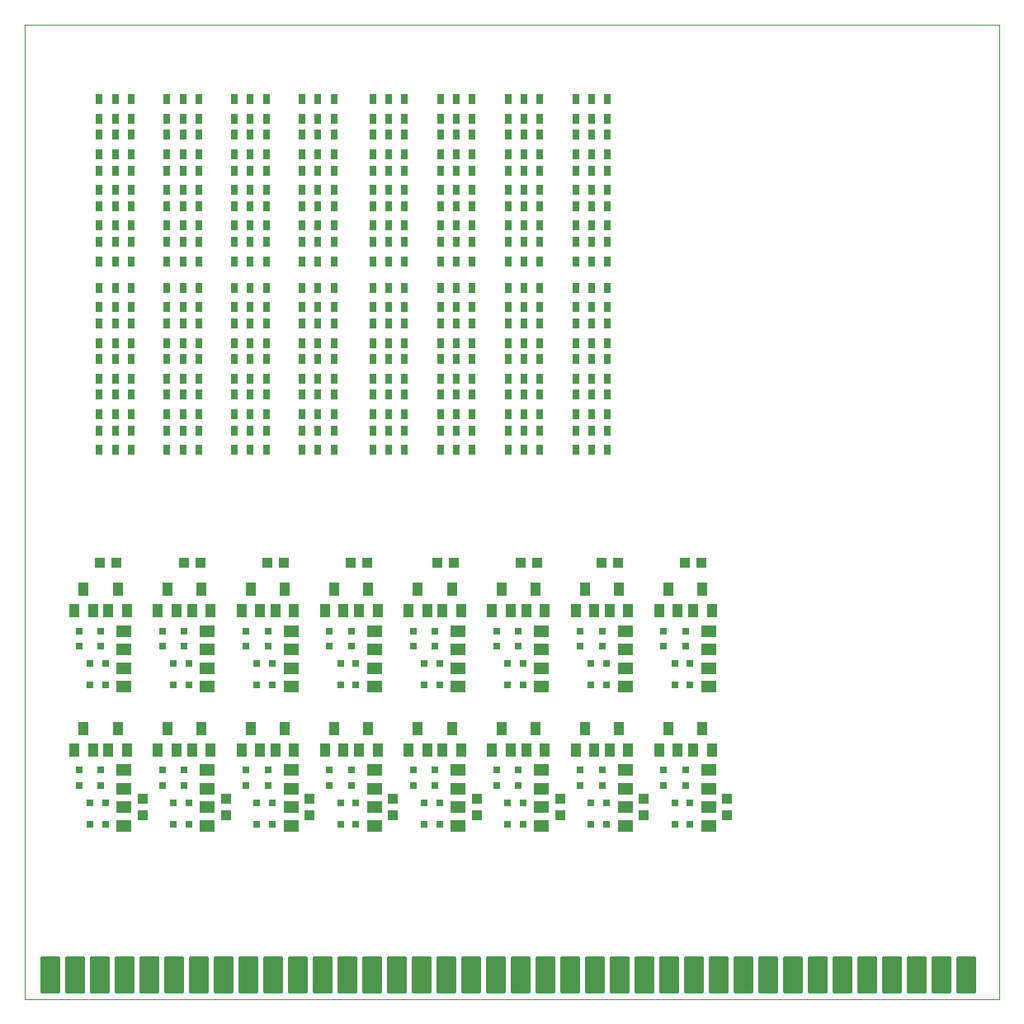
<source format=gtp>
G75*
%MOIN*%
%OFA0B0*%
%FSLAX25Y25*%
%IPPOS*%
%LPD*%
%AMOC8*
5,1,8,0,0,1.08239X$1,22.5*
%
%ADD10C,0.00394*%
%ADD11R,0.03150X0.03937*%
%ADD12R,0.03937X0.05512*%
%ADD13R,0.03150X0.03150*%
%ADD14R,0.05906X0.05118*%
%ADD15R,0.04331X0.03937*%
%ADD16R,0.03937X0.04331*%
%ADD17C,0.01600*%
D10*
X0003350Y0001500D02*
X0397051Y0001500D01*
X0397051Y0395201D01*
X0003350Y0395201D01*
X0003350Y0001500D01*
D11*
X0033450Y0223363D03*
X0039850Y0223363D03*
X0046250Y0223363D03*
X0046250Y0231237D03*
X0039850Y0231237D03*
X0033450Y0231237D03*
X0033450Y0237763D03*
X0039850Y0237763D03*
X0046250Y0237763D03*
X0046250Y0245637D03*
X0039850Y0245637D03*
X0033450Y0245637D03*
X0033450Y0252163D03*
X0039850Y0252163D03*
X0046250Y0252163D03*
X0046250Y0260037D03*
X0039850Y0260037D03*
X0033450Y0260037D03*
X0033450Y0266563D03*
X0039850Y0266563D03*
X0046250Y0266563D03*
X0046250Y0274437D03*
X0039850Y0274437D03*
X0033450Y0274437D03*
X0033450Y0280963D03*
X0039850Y0280963D03*
X0046250Y0280963D03*
X0046250Y0288837D03*
X0039850Y0288837D03*
X0033450Y0288837D03*
X0033450Y0299563D03*
X0039850Y0299563D03*
X0046250Y0299563D03*
X0046250Y0307437D03*
X0039850Y0307437D03*
X0033450Y0307437D03*
X0033450Y0313963D03*
X0039850Y0313963D03*
X0046250Y0313963D03*
X0046250Y0321837D03*
X0039850Y0321837D03*
X0033450Y0321837D03*
X0033450Y0328363D03*
X0039850Y0328363D03*
X0046250Y0328363D03*
X0046250Y0336237D03*
X0039850Y0336237D03*
X0033450Y0336237D03*
X0033450Y0342763D03*
X0039850Y0342763D03*
X0046250Y0342763D03*
X0046250Y0350637D03*
X0039850Y0350637D03*
X0033450Y0350637D03*
X0033450Y0357163D03*
X0039850Y0357163D03*
X0046250Y0357163D03*
X0046250Y0365037D03*
X0039850Y0365037D03*
X0033450Y0365037D03*
X0060750Y0365037D03*
X0067150Y0365037D03*
X0073550Y0365037D03*
X0073550Y0357163D03*
X0067150Y0357163D03*
X0060750Y0357163D03*
X0060750Y0350637D03*
X0067150Y0350637D03*
X0073550Y0350637D03*
X0073550Y0342763D03*
X0067150Y0342763D03*
X0060750Y0342763D03*
X0060750Y0336237D03*
X0067150Y0336237D03*
X0073550Y0336237D03*
X0073550Y0328363D03*
X0073550Y0321837D03*
X0067150Y0321837D03*
X0060750Y0321837D03*
X0060750Y0328363D03*
X0067150Y0328363D03*
X0067150Y0313963D03*
X0060750Y0313963D03*
X0060750Y0307437D03*
X0067150Y0307437D03*
X0073550Y0307437D03*
X0073550Y0313963D03*
X0073550Y0299563D03*
X0067150Y0299563D03*
X0060750Y0299563D03*
X0060750Y0288837D03*
X0067150Y0288837D03*
X0073550Y0288837D03*
X0073550Y0280963D03*
X0073550Y0274437D03*
X0067150Y0274437D03*
X0060750Y0274437D03*
X0060750Y0280963D03*
X0067150Y0280963D03*
X0067150Y0266563D03*
X0060750Y0266563D03*
X0060750Y0260037D03*
X0067150Y0260037D03*
X0073550Y0260037D03*
X0073550Y0266563D03*
X0073550Y0252163D03*
X0067150Y0252163D03*
X0060750Y0252163D03*
X0060750Y0245637D03*
X0067150Y0245637D03*
X0073550Y0245637D03*
X0073550Y0237763D03*
X0073550Y0231237D03*
X0067150Y0231237D03*
X0060750Y0231237D03*
X0060750Y0237763D03*
X0067150Y0237763D03*
X0067150Y0223363D03*
X0060750Y0223363D03*
X0073550Y0223363D03*
X0088050Y0223363D03*
X0094450Y0223363D03*
X0100850Y0223363D03*
X0100850Y0231237D03*
X0100850Y0237763D03*
X0094450Y0237763D03*
X0088050Y0237763D03*
X0088050Y0231237D03*
X0094450Y0231237D03*
X0094450Y0245637D03*
X0088050Y0245637D03*
X0088050Y0252163D03*
X0094450Y0252163D03*
X0100850Y0252163D03*
X0100850Y0245637D03*
X0115350Y0245637D03*
X0121750Y0245637D03*
X0128150Y0245637D03*
X0128150Y0252163D03*
X0121750Y0252163D03*
X0115350Y0252163D03*
X0115350Y0260037D03*
X0121750Y0260037D03*
X0128150Y0260037D03*
X0128150Y0266563D03*
X0121750Y0266563D03*
X0115350Y0266563D03*
X0115350Y0274437D03*
X0115350Y0280963D03*
X0121750Y0280963D03*
X0121750Y0274437D03*
X0128150Y0274437D03*
X0128150Y0280963D03*
X0128150Y0288837D03*
X0121750Y0288837D03*
X0115350Y0288837D03*
X0115350Y0299563D03*
X0121750Y0299563D03*
X0128150Y0299563D03*
X0128150Y0307437D03*
X0121750Y0307437D03*
X0115350Y0307437D03*
X0115350Y0313963D03*
X0121750Y0313963D03*
X0128150Y0313963D03*
X0128150Y0321837D03*
X0128150Y0328363D03*
X0121750Y0328363D03*
X0121750Y0321837D03*
X0115350Y0321837D03*
X0115350Y0328363D03*
X0115350Y0336237D03*
X0121750Y0336237D03*
X0128150Y0336237D03*
X0128150Y0342763D03*
X0121750Y0342763D03*
X0115350Y0342763D03*
X0115350Y0350637D03*
X0121750Y0350637D03*
X0128150Y0350637D03*
X0128150Y0357163D03*
X0121750Y0357163D03*
X0115350Y0357163D03*
X0115350Y0365037D03*
X0121750Y0365037D03*
X0128150Y0365037D03*
X0143900Y0365037D03*
X0150300Y0365037D03*
X0156700Y0365037D03*
X0156700Y0357163D03*
X0150300Y0357163D03*
X0143900Y0357163D03*
X0143900Y0350637D03*
X0150300Y0350637D03*
X0156700Y0350637D03*
X0156700Y0342763D03*
X0150300Y0342763D03*
X0143900Y0342763D03*
X0143900Y0336237D03*
X0150300Y0336237D03*
X0156700Y0336237D03*
X0156700Y0328363D03*
X0156700Y0321837D03*
X0150300Y0321837D03*
X0143900Y0321837D03*
X0143900Y0328363D03*
X0150300Y0328363D03*
X0150300Y0313963D03*
X0143900Y0313963D03*
X0143900Y0307437D03*
X0150300Y0307437D03*
X0156700Y0307437D03*
X0156700Y0313963D03*
X0171200Y0313963D03*
X0177600Y0313963D03*
X0184000Y0313963D03*
X0184000Y0307437D03*
X0177600Y0307437D03*
X0171200Y0307437D03*
X0171200Y0299563D03*
X0177600Y0299563D03*
X0184000Y0299563D03*
X0184000Y0288837D03*
X0177600Y0288837D03*
X0171200Y0288837D03*
X0171200Y0280963D03*
X0171200Y0274437D03*
X0177600Y0274437D03*
X0177600Y0280963D03*
X0184000Y0280963D03*
X0184000Y0274437D03*
X0184000Y0266563D03*
X0177600Y0266563D03*
X0171200Y0266563D03*
X0171200Y0260037D03*
X0177600Y0260037D03*
X0184000Y0260037D03*
X0184000Y0252163D03*
X0177600Y0252163D03*
X0171200Y0252163D03*
X0171200Y0245637D03*
X0177600Y0245637D03*
X0184000Y0245637D03*
X0184000Y0237763D03*
X0184000Y0231237D03*
X0177600Y0231237D03*
X0177600Y0237763D03*
X0171200Y0237763D03*
X0171200Y0231237D03*
X0171200Y0223363D03*
X0177600Y0223363D03*
X0184000Y0223363D03*
X0198500Y0223363D03*
X0204900Y0223363D03*
X0211300Y0223363D03*
X0211300Y0231237D03*
X0211300Y0237763D03*
X0204900Y0237763D03*
X0204900Y0231237D03*
X0198500Y0231237D03*
X0198500Y0237763D03*
X0198500Y0245637D03*
X0204900Y0245637D03*
X0211300Y0245637D03*
X0211300Y0252163D03*
X0204900Y0252163D03*
X0198500Y0252163D03*
X0198500Y0260037D03*
X0204900Y0260037D03*
X0211300Y0260037D03*
X0211300Y0266563D03*
X0204900Y0266563D03*
X0198500Y0266563D03*
X0198500Y0274437D03*
X0198500Y0280963D03*
X0204900Y0280963D03*
X0204900Y0274437D03*
X0211300Y0274437D03*
X0211300Y0280963D03*
X0211300Y0288837D03*
X0204900Y0288837D03*
X0198500Y0288837D03*
X0198500Y0299563D03*
X0204900Y0299563D03*
X0211300Y0299563D03*
X0211300Y0307437D03*
X0204900Y0307437D03*
X0198500Y0307437D03*
X0198500Y0313963D03*
X0204900Y0313963D03*
X0211300Y0313963D03*
X0211300Y0321837D03*
X0211300Y0328363D03*
X0204900Y0328363D03*
X0204900Y0321837D03*
X0198500Y0321837D03*
X0198500Y0328363D03*
X0198500Y0336237D03*
X0204900Y0336237D03*
X0211300Y0336237D03*
X0211300Y0342763D03*
X0204900Y0342763D03*
X0198500Y0342763D03*
X0198500Y0350637D03*
X0204900Y0350637D03*
X0211300Y0350637D03*
X0211300Y0357163D03*
X0204900Y0357163D03*
X0198500Y0357163D03*
X0198500Y0365037D03*
X0204900Y0365037D03*
X0211300Y0365037D03*
X0225800Y0365037D03*
X0232200Y0365037D03*
X0238600Y0365037D03*
X0238600Y0357163D03*
X0232200Y0357163D03*
X0225800Y0357163D03*
X0225800Y0350637D03*
X0232200Y0350637D03*
X0238600Y0350637D03*
X0238600Y0342763D03*
X0232200Y0342763D03*
X0225800Y0342763D03*
X0225800Y0336237D03*
X0232200Y0336237D03*
X0238600Y0336237D03*
X0238600Y0328363D03*
X0232200Y0328363D03*
X0232200Y0321837D03*
X0238600Y0321837D03*
X0238600Y0313963D03*
X0232200Y0313963D03*
X0225800Y0313963D03*
X0225800Y0307437D03*
X0232200Y0307437D03*
X0238600Y0307437D03*
X0238600Y0299563D03*
X0232200Y0299563D03*
X0225800Y0299563D03*
X0225800Y0288837D03*
X0232200Y0288837D03*
X0238600Y0288837D03*
X0238600Y0280963D03*
X0232200Y0280963D03*
X0232200Y0274437D03*
X0238600Y0274437D03*
X0238600Y0266563D03*
X0232200Y0266563D03*
X0225800Y0266563D03*
X0225800Y0260037D03*
X0232200Y0260037D03*
X0238600Y0260037D03*
X0238600Y0252163D03*
X0232200Y0252163D03*
X0225800Y0252163D03*
X0225800Y0245637D03*
X0232200Y0245637D03*
X0238600Y0245637D03*
X0238600Y0237763D03*
X0232200Y0237763D03*
X0232200Y0231237D03*
X0238600Y0231237D03*
X0238600Y0223363D03*
X0232200Y0223363D03*
X0225800Y0223363D03*
X0225800Y0231237D03*
X0225800Y0237763D03*
X0225800Y0274437D03*
X0225800Y0280963D03*
X0225800Y0321837D03*
X0225800Y0328363D03*
X0184000Y0328363D03*
X0184000Y0321837D03*
X0177600Y0321837D03*
X0177600Y0328363D03*
X0171200Y0328363D03*
X0171200Y0321837D03*
X0171200Y0336237D03*
X0177600Y0336237D03*
X0184000Y0336237D03*
X0184000Y0342763D03*
X0177600Y0342763D03*
X0171200Y0342763D03*
X0171200Y0350637D03*
X0177600Y0350637D03*
X0184000Y0350637D03*
X0184000Y0357163D03*
X0177600Y0357163D03*
X0171200Y0357163D03*
X0171200Y0365037D03*
X0177600Y0365037D03*
X0184000Y0365037D03*
X0156700Y0299563D03*
X0150300Y0299563D03*
X0143900Y0299563D03*
X0143900Y0288837D03*
X0150300Y0288837D03*
X0156700Y0288837D03*
X0156700Y0280963D03*
X0156700Y0274437D03*
X0150300Y0274437D03*
X0143900Y0274437D03*
X0143900Y0280963D03*
X0150300Y0280963D03*
X0150300Y0266563D03*
X0143900Y0266563D03*
X0143900Y0260037D03*
X0150300Y0260037D03*
X0156700Y0260037D03*
X0156700Y0266563D03*
X0156700Y0252163D03*
X0150300Y0252163D03*
X0143900Y0252163D03*
X0143900Y0245637D03*
X0150300Y0245637D03*
X0156700Y0245637D03*
X0156700Y0237763D03*
X0156700Y0231237D03*
X0150300Y0231237D03*
X0143900Y0231237D03*
X0143900Y0237763D03*
X0150300Y0237763D03*
X0150300Y0223363D03*
X0143900Y0223363D03*
X0156700Y0223363D03*
X0128150Y0223363D03*
X0121750Y0223363D03*
X0115350Y0223363D03*
X0115350Y0231237D03*
X0115350Y0237763D03*
X0121750Y0237763D03*
X0121750Y0231237D03*
X0128150Y0231237D03*
X0128150Y0237763D03*
X0100850Y0260037D03*
X0094450Y0260037D03*
X0088050Y0260037D03*
X0088050Y0266563D03*
X0094450Y0266563D03*
X0100850Y0266563D03*
X0100850Y0274437D03*
X0100850Y0280963D03*
X0094450Y0280963D03*
X0088050Y0280963D03*
X0088050Y0274437D03*
X0094450Y0274437D03*
X0094450Y0288837D03*
X0088050Y0288837D03*
X0088050Y0299563D03*
X0094450Y0299563D03*
X0100850Y0299563D03*
X0100850Y0307437D03*
X0094450Y0307437D03*
X0088050Y0307437D03*
X0088050Y0313963D03*
X0094450Y0313963D03*
X0100850Y0313963D03*
X0100850Y0321837D03*
X0100850Y0328363D03*
X0094450Y0328363D03*
X0088050Y0328363D03*
X0088050Y0321837D03*
X0094450Y0321837D03*
X0094450Y0336237D03*
X0088050Y0336237D03*
X0088050Y0342763D03*
X0094450Y0342763D03*
X0100850Y0342763D03*
X0100850Y0336237D03*
X0100850Y0350637D03*
X0094450Y0350637D03*
X0088050Y0350637D03*
X0088050Y0357163D03*
X0094450Y0357163D03*
X0100850Y0357163D03*
X0100850Y0365037D03*
X0094450Y0365037D03*
X0088050Y0365037D03*
X0100850Y0288837D03*
D12*
X0094600Y0167081D03*
X0090860Y0158419D03*
X0098341Y0158419D03*
X0104610Y0158419D03*
X0112091Y0158419D03*
X0108350Y0167081D03*
X0124610Y0158419D03*
X0132091Y0158419D03*
X0138360Y0158419D03*
X0145841Y0158419D03*
X0142100Y0167081D03*
X0128350Y0167081D03*
X0158360Y0158419D03*
X0165841Y0158419D03*
X0172110Y0158419D03*
X0179591Y0158419D03*
X0175850Y0167081D03*
X0162100Y0167081D03*
X0192110Y0158419D03*
X0199591Y0158419D03*
X0205860Y0158419D03*
X0213341Y0158419D03*
X0209600Y0167081D03*
X0195850Y0167081D03*
X0225860Y0158419D03*
X0233341Y0158419D03*
X0239610Y0158419D03*
X0247091Y0158419D03*
X0243350Y0167081D03*
X0229600Y0167081D03*
X0259610Y0158419D03*
X0267091Y0158419D03*
X0273360Y0158419D03*
X0280841Y0158419D03*
X0277100Y0167081D03*
X0263350Y0167081D03*
X0263350Y0110831D03*
X0259610Y0102169D03*
X0267091Y0102169D03*
X0273360Y0102169D03*
X0280841Y0102169D03*
X0277100Y0110831D03*
X0247091Y0102169D03*
X0239610Y0102169D03*
X0233341Y0102169D03*
X0225860Y0102169D03*
X0229600Y0110831D03*
X0243350Y0110831D03*
X0213341Y0102169D03*
X0205860Y0102169D03*
X0199591Y0102169D03*
X0192110Y0102169D03*
X0195850Y0110831D03*
X0209600Y0110831D03*
X0179591Y0102169D03*
X0172110Y0102169D03*
X0165841Y0102169D03*
X0158360Y0102169D03*
X0162100Y0110831D03*
X0175850Y0110831D03*
X0145841Y0102169D03*
X0138360Y0102169D03*
X0132091Y0102169D03*
X0124610Y0102169D03*
X0128350Y0110831D03*
X0142100Y0110831D03*
X0112091Y0102169D03*
X0104610Y0102169D03*
X0098341Y0102169D03*
X0090860Y0102169D03*
X0094600Y0110831D03*
X0108350Y0110831D03*
X0078341Y0102169D03*
X0070860Y0102169D03*
X0064591Y0102169D03*
X0057110Y0102169D03*
X0060850Y0110831D03*
X0074600Y0110831D03*
X0044591Y0102169D03*
X0037110Y0102169D03*
X0030841Y0102169D03*
X0023360Y0102169D03*
X0027100Y0110831D03*
X0040850Y0110831D03*
X0037110Y0158419D03*
X0030841Y0158419D03*
X0023360Y0158419D03*
X0027100Y0167081D03*
X0040850Y0167081D03*
X0044591Y0158419D03*
X0057110Y0158419D03*
X0064591Y0158419D03*
X0070860Y0158419D03*
X0078341Y0158419D03*
X0074600Y0167081D03*
X0060850Y0167081D03*
D13*
X0058921Y0150250D03*
X0058921Y0144000D03*
X0063350Y0137179D03*
X0069600Y0137179D03*
X0067780Y0144000D03*
X0067780Y0150250D03*
X0069600Y0128321D03*
X0063350Y0128321D03*
X0035850Y0128321D03*
X0029600Y0128321D03*
X0029600Y0137179D03*
X0035850Y0137179D03*
X0034030Y0144000D03*
X0034030Y0150250D03*
X0025171Y0150250D03*
X0025171Y0144000D03*
X0025171Y0094000D03*
X0025171Y0087750D03*
X0029600Y0080929D03*
X0035850Y0080929D03*
X0034030Y0087750D03*
X0034030Y0094000D03*
X0035850Y0072071D03*
X0029600Y0072071D03*
X0058921Y0087750D03*
X0058921Y0094000D03*
X0067780Y0094000D03*
X0067780Y0087750D03*
X0069600Y0080929D03*
X0063350Y0080929D03*
X0063350Y0072071D03*
X0069600Y0072071D03*
X0092671Y0087750D03*
X0092671Y0094000D03*
X0101530Y0094000D03*
X0101530Y0087750D03*
X0103350Y0080929D03*
X0097100Y0080929D03*
X0097100Y0072071D03*
X0103350Y0072071D03*
X0126421Y0087750D03*
X0126421Y0094000D03*
X0135280Y0094000D03*
X0135280Y0087750D03*
X0137100Y0080929D03*
X0130850Y0080929D03*
X0130850Y0072071D03*
X0137100Y0072071D03*
X0160171Y0087750D03*
X0160171Y0094000D03*
X0169030Y0094000D03*
X0169030Y0087750D03*
X0170850Y0080929D03*
X0164600Y0080929D03*
X0164600Y0072071D03*
X0170850Y0072071D03*
X0193921Y0087750D03*
X0193921Y0094000D03*
X0202780Y0094000D03*
X0202780Y0087750D03*
X0204600Y0080929D03*
X0198350Y0080929D03*
X0198350Y0072071D03*
X0204600Y0072071D03*
X0227671Y0087750D03*
X0227671Y0094000D03*
X0236530Y0094000D03*
X0236530Y0087750D03*
X0238350Y0080929D03*
X0232100Y0080929D03*
X0232100Y0072071D03*
X0238350Y0072071D03*
X0261421Y0087750D03*
X0261421Y0094000D03*
X0270280Y0094000D03*
X0270280Y0087750D03*
X0272100Y0080929D03*
X0265850Y0080929D03*
X0265850Y0072071D03*
X0272100Y0072071D03*
X0272100Y0128321D03*
X0265850Y0128321D03*
X0265850Y0137179D03*
X0272100Y0137179D03*
X0270280Y0144000D03*
X0270280Y0150250D03*
X0261421Y0150250D03*
X0261421Y0144000D03*
X0238350Y0137179D03*
X0232100Y0137179D03*
X0227671Y0144000D03*
X0227671Y0150250D03*
X0236530Y0150250D03*
X0236530Y0144000D03*
X0238350Y0128321D03*
X0232100Y0128321D03*
X0204600Y0128321D03*
X0198350Y0128321D03*
X0198350Y0137179D03*
X0204600Y0137179D03*
X0202780Y0144000D03*
X0202780Y0150250D03*
X0193921Y0150250D03*
X0193921Y0144000D03*
X0170850Y0137179D03*
X0164600Y0137179D03*
X0160171Y0144000D03*
X0160171Y0150250D03*
X0169030Y0150250D03*
X0169030Y0144000D03*
X0170850Y0128321D03*
X0164600Y0128321D03*
X0137100Y0128321D03*
X0130850Y0128321D03*
X0130850Y0137179D03*
X0137100Y0137179D03*
X0135280Y0144000D03*
X0135280Y0150250D03*
X0126421Y0150250D03*
X0126421Y0144000D03*
X0103350Y0137179D03*
X0097100Y0137179D03*
X0092671Y0144000D03*
X0092671Y0150250D03*
X0101530Y0150250D03*
X0101530Y0144000D03*
X0103350Y0128321D03*
X0097100Y0128321D03*
D14*
X0110850Y0127760D03*
X0110850Y0135240D03*
X0110850Y0142760D03*
X0110850Y0150240D03*
X0077100Y0150240D03*
X0077100Y0142760D03*
X0077100Y0135240D03*
X0077100Y0127760D03*
X0043350Y0127760D03*
X0043350Y0135240D03*
X0043350Y0142760D03*
X0043350Y0150240D03*
X0043350Y0093990D03*
X0043350Y0086510D03*
X0043350Y0078990D03*
X0043350Y0071510D03*
X0077100Y0071510D03*
X0077100Y0078990D03*
X0077100Y0086510D03*
X0077100Y0093990D03*
X0110850Y0093990D03*
X0110850Y0086510D03*
X0110850Y0078990D03*
X0110850Y0071510D03*
X0144600Y0071510D03*
X0144600Y0078990D03*
X0144600Y0086510D03*
X0144600Y0093990D03*
X0178350Y0093990D03*
X0178350Y0086510D03*
X0178350Y0078990D03*
X0178350Y0071510D03*
X0212100Y0071510D03*
X0212100Y0078990D03*
X0212100Y0086510D03*
X0212100Y0093990D03*
X0245850Y0093990D03*
X0245850Y0086510D03*
X0245850Y0078990D03*
X0245850Y0071510D03*
X0279600Y0071510D03*
X0279600Y0078990D03*
X0279600Y0086510D03*
X0279600Y0093990D03*
X0279600Y0127760D03*
X0279600Y0135240D03*
X0279600Y0142760D03*
X0279600Y0150240D03*
X0245850Y0150240D03*
X0245850Y0142760D03*
X0245850Y0135240D03*
X0245850Y0127760D03*
X0212100Y0127760D03*
X0212100Y0135240D03*
X0212100Y0142760D03*
X0212100Y0150240D03*
X0178350Y0150240D03*
X0178350Y0142760D03*
X0178350Y0135240D03*
X0178350Y0127760D03*
X0144600Y0127760D03*
X0144600Y0135240D03*
X0144600Y0142760D03*
X0144600Y0150240D03*
D15*
X0141697Y0177750D03*
X0135004Y0177750D03*
X0107947Y0177750D03*
X0101254Y0177750D03*
X0074197Y0177750D03*
X0067504Y0177750D03*
X0040447Y0177750D03*
X0033754Y0177750D03*
X0170004Y0177750D03*
X0176697Y0177750D03*
X0203754Y0177750D03*
X0210447Y0177750D03*
X0236254Y0177750D03*
X0242947Y0177750D03*
X0270004Y0177750D03*
X0276697Y0177750D03*
D16*
X0287100Y0082346D03*
X0287100Y0075654D03*
X0253350Y0075654D03*
X0253350Y0082346D03*
X0219600Y0082346D03*
X0219600Y0075654D03*
X0185850Y0075654D03*
X0185850Y0082346D03*
X0152100Y0082346D03*
X0152100Y0075654D03*
X0118350Y0075654D03*
X0118350Y0082346D03*
X0084600Y0082346D03*
X0084600Y0075654D03*
X0050850Y0075654D03*
X0050850Y0082346D03*
D17*
X0056550Y0018200D02*
X0056550Y0004800D01*
X0050150Y0004800D01*
X0050150Y0018200D01*
X0056550Y0018200D01*
X0056550Y0006399D02*
X0050150Y0006399D01*
X0050150Y0007998D02*
X0056550Y0007998D01*
X0056550Y0009597D02*
X0050150Y0009597D01*
X0050150Y0011196D02*
X0056550Y0011196D01*
X0056550Y0012795D02*
X0050150Y0012795D01*
X0050150Y0014394D02*
X0056550Y0014394D01*
X0056550Y0015993D02*
X0050150Y0015993D01*
X0050150Y0017592D02*
X0056550Y0017592D01*
X0066550Y0018200D02*
X0066550Y0004800D01*
X0060150Y0004800D01*
X0060150Y0018200D01*
X0066550Y0018200D01*
X0066550Y0006399D02*
X0060150Y0006399D01*
X0060150Y0007998D02*
X0066550Y0007998D01*
X0066550Y0009597D02*
X0060150Y0009597D01*
X0060150Y0011196D02*
X0066550Y0011196D01*
X0066550Y0012795D02*
X0060150Y0012795D01*
X0060150Y0014394D02*
X0066550Y0014394D01*
X0066550Y0015993D02*
X0060150Y0015993D01*
X0060150Y0017592D02*
X0066550Y0017592D01*
X0076550Y0018200D02*
X0076550Y0004800D01*
X0070150Y0004800D01*
X0070150Y0018200D01*
X0076550Y0018200D01*
X0076550Y0006399D02*
X0070150Y0006399D01*
X0070150Y0007998D02*
X0076550Y0007998D01*
X0076550Y0009597D02*
X0070150Y0009597D01*
X0070150Y0011196D02*
X0076550Y0011196D01*
X0076550Y0012795D02*
X0070150Y0012795D01*
X0070150Y0014394D02*
X0076550Y0014394D01*
X0076550Y0015993D02*
X0070150Y0015993D01*
X0070150Y0017592D02*
X0076550Y0017592D01*
X0086550Y0018200D02*
X0086550Y0004800D01*
X0080150Y0004800D01*
X0080150Y0018200D01*
X0086550Y0018200D01*
X0086550Y0006399D02*
X0080150Y0006399D01*
X0080150Y0007998D02*
X0086550Y0007998D01*
X0086550Y0009597D02*
X0080150Y0009597D01*
X0080150Y0011196D02*
X0086550Y0011196D01*
X0086550Y0012795D02*
X0080150Y0012795D01*
X0080150Y0014394D02*
X0086550Y0014394D01*
X0086550Y0015993D02*
X0080150Y0015993D01*
X0080150Y0017592D02*
X0086550Y0017592D01*
X0096550Y0018200D02*
X0096550Y0004800D01*
X0090150Y0004800D01*
X0090150Y0018200D01*
X0096550Y0018200D01*
X0096550Y0006399D02*
X0090150Y0006399D01*
X0090150Y0007998D02*
X0096550Y0007998D01*
X0096550Y0009597D02*
X0090150Y0009597D01*
X0090150Y0011196D02*
X0096550Y0011196D01*
X0096550Y0012795D02*
X0090150Y0012795D01*
X0090150Y0014394D02*
X0096550Y0014394D01*
X0096550Y0015993D02*
X0090150Y0015993D01*
X0090150Y0017592D02*
X0096550Y0017592D01*
X0106550Y0018200D02*
X0106550Y0004800D01*
X0100150Y0004800D01*
X0100150Y0018200D01*
X0106550Y0018200D01*
X0106550Y0006399D02*
X0100150Y0006399D01*
X0100150Y0007998D02*
X0106550Y0007998D01*
X0106550Y0009597D02*
X0100150Y0009597D01*
X0100150Y0011196D02*
X0106550Y0011196D01*
X0106550Y0012795D02*
X0100150Y0012795D01*
X0100150Y0014394D02*
X0106550Y0014394D01*
X0106550Y0015993D02*
X0100150Y0015993D01*
X0100150Y0017592D02*
X0106550Y0017592D01*
X0116550Y0018200D02*
X0116550Y0004800D01*
X0110150Y0004800D01*
X0110150Y0018200D01*
X0116550Y0018200D01*
X0116550Y0006399D02*
X0110150Y0006399D01*
X0110150Y0007998D02*
X0116550Y0007998D01*
X0116550Y0009597D02*
X0110150Y0009597D01*
X0110150Y0011196D02*
X0116550Y0011196D01*
X0116550Y0012795D02*
X0110150Y0012795D01*
X0110150Y0014394D02*
X0116550Y0014394D01*
X0116550Y0015993D02*
X0110150Y0015993D01*
X0110150Y0017592D02*
X0116550Y0017592D01*
X0126550Y0018200D02*
X0126550Y0004800D01*
X0120150Y0004800D01*
X0120150Y0018200D01*
X0126550Y0018200D01*
X0126550Y0006399D02*
X0120150Y0006399D01*
X0120150Y0007998D02*
X0126550Y0007998D01*
X0126550Y0009597D02*
X0120150Y0009597D01*
X0120150Y0011196D02*
X0126550Y0011196D01*
X0126550Y0012795D02*
X0120150Y0012795D01*
X0120150Y0014394D02*
X0126550Y0014394D01*
X0126550Y0015993D02*
X0120150Y0015993D01*
X0120150Y0017592D02*
X0126550Y0017592D01*
X0136550Y0018200D02*
X0136550Y0004800D01*
X0130150Y0004800D01*
X0130150Y0018200D01*
X0136550Y0018200D01*
X0136550Y0006399D02*
X0130150Y0006399D01*
X0130150Y0007998D02*
X0136550Y0007998D01*
X0136550Y0009597D02*
X0130150Y0009597D01*
X0130150Y0011196D02*
X0136550Y0011196D01*
X0136550Y0012795D02*
X0130150Y0012795D01*
X0130150Y0014394D02*
X0136550Y0014394D01*
X0136550Y0015993D02*
X0130150Y0015993D01*
X0130150Y0017592D02*
X0136550Y0017592D01*
X0146550Y0018200D02*
X0146550Y0004800D01*
X0140150Y0004800D01*
X0140150Y0018200D01*
X0146550Y0018200D01*
X0146550Y0006399D02*
X0140150Y0006399D01*
X0140150Y0007998D02*
X0146550Y0007998D01*
X0146550Y0009597D02*
X0140150Y0009597D01*
X0140150Y0011196D02*
X0146550Y0011196D01*
X0146550Y0012795D02*
X0140150Y0012795D01*
X0140150Y0014394D02*
X0146550Y0014394D01*
X0146550Y0015993D02*
X0140150Y0015993D01*
X0140150Y0017592D02*
X0146550Y0017592D01*
X0156550Y0018200D02*
X0156550Y0004800D01*
X0150150Y0004800D01*
X0150150Y0018200D01*
X0156550Y0018200D01*
X0156550Y0006399D02*
X0150150Y0006399D01*
X0150150Y0007998D02*
X0156550Y0007998D01*
X0156550Y0009597D02*
X0150150Y0009597D01*
X0150150Y0011196D02*
X0156550Y0011196D01*
X0156550Y0012795D02*
X0150150Y0012795D01*
X0150150Y0014394D02*
X0156550Y0014394D01*
X0156550Y0015993D02*
X0150150Y0015993D01*
X0150150Y0017592D02*
X0156550Y0017592D01*
X0166550Y0018200D02*
X0166550Y0004800D01*
X0160150Y0004800D01*
X0160150Y0018200D01*
X0166550Y0018200D01*
X0166550Y0006399D02*
X0160150Y0006399D01*
X0160150Y0007998D02*
X0166550Y0007998D01*
X0166550Y0009597D02*
X0160150Y0009597D01*
X0160150Y0011196D02*
X0166550Y0011196D01*
X0166550Y0012795D02*
X0160150Y0012795D01*
X0160150Y0014394D02*
X0166550Y0014394D01*
X0166550Y0015993D02*
X0160150Y0015993D01*
X0160150Y0017592D02*
X0166550Y0017592D01*
X0176550Y0018200D02*
X0176550Y0004800D01*
X0170150Y0004800D01*
X0170150Y0018200D01*
X0176550Y0018200D01*
X0176550Y0006399D02*
X0170150Y0006399D01*
X0170150Y0007998D02*
X0176550Y0007998D01*
X0176550Y0009597D02*
X0170150Y0009597D01*
X0170150Y0011196D02*
X0176550Y0011196D01*
X0176550Y0012795D02*
X0170150Y0012795D01*
X0170150Y0014394D02*
X0176550Y0014394D01*
X0176550Y0015993D02*
X0170150Y0015993D01*
X0170150Y0017592D02*
X0176550Y0017592D01*
X0186550Y0018200D02*
X0186550Y0004800D01*
X0180150Y0004800D01*
X0180150Y0018200D01*
X0186550Y0018200D01*
X0186550Y0006399D02*
X0180150Y0006399D01*
X0180150Y0007998D02*
X0186550Y0007998D01*
X0186550Y0009597D02*
X0180150Y0009597D01*
X0180150Y0011196D02*
X0186550Y0011196D01*
X0186550Y0012795D02*
X0180150Y0012795D01*
X0180150Y0014394D02*
X0186550Y0014394D01*
X0186550Y0015993D02*
X0180150Y0015993D01*
X0180150Y0017592D02*
X0186550Y0017592D01*
X0196550Y0018200D02*
X0196550Y0004800D01*
X0190150Y0004800D01*
X0190150Y0018200D01*
X0196550Y0018200D01*
X0196550Y0006399D02*
X0190150Y0006399D01*
X0190150Y0007998D02*
X0196550Y0007998D01*
X0196550Y0009597D02*
X0190150Y0009597D01*
X0190150Y0011196D02*
X0196550Y0011196D01*
X0196550Y0012795D02*
X0190150Y0012795D01*
X0190150Y0014394D02*
X0196550Y0014394D01*
X0196550Y0015993D02*
X0190150Y0015993D01*
X0190150Y0017592D02*
X0196550Y0017592D01*
X0206550Y0018200D02*
X0206550Y0004800D01*
X0200150Y0004800D01*
X0200150Y0018200D01*
X0206550Y0018200D01*
X0206550Y0006399D02*
X0200150Y0006399D01*
X0200150Y0007998D02*
X0206550Y0007998D01*
X0206550Y0009597D02*
X0200150Y0009597D01*
X0200150Y0011196D02*
X0206550Y0011196D01*
X0206550Y0012795D02*
X0200150Y0012795D01*
X0200150Y0014394D02*
X0206550Y0014394D01*
X0206550Y0015993D02*
X0200150Y0015993D01*
X0200150Y0017592D02*
X0206550Y0017592D01*
X0216550Y0018200D02*
X0216550Y0004800D01*
X0210150Y0004800D01*
X0210150Y0018200D01*
X0216550Y0018200D01*
X0216550Y0006399D02*
X0210150Y0006399D01*
X0210150Y0007998D02*
X0216550Y0007998D01*
X0216550Y0009597D02*
X0210150Y0009597D01*
X0210150Y0011196D02*
X0216550Y0011196D01*
X0216550Y0012795D02*
X0210150Y0012795D01*
X0210150Y0014394D02*
X0216550Y0014394D01*
X0216550Y0015993D02*
X0210150Y0015993D01*
X0210150Y0017592D02*
X0216550Y0017592D01*
X0226550Y0018200D02*
X0226550Y0004800D01*
X0220150Y0004800D01*
X0220150Y0018200D01*
X0226550Y0018200D01*
X0226550Y0006399D02*
X0220150Y0006399D01*
X0220150Y0007998D02*
X0226550Y0007998D01*
X0226550Y0009597D02*
X0220150Y0009597D01*
X0220150Y0011196D02*
X0226550Y0011196D01*
X0226550Y0012795D02*
X0220150Y0012795D01*
X0220150Y0014394D02*
X0226550Y0014394D01*
X0226550Y0015993D02*
X0220150Y0015993D01*
X0220150Y0017592D02*
X0226550Y0017592D01*
X0236550Y0018200D02*
X0236550Y0004800D01*
X0230150Y0004800D01*
X0230150Y0018200D01*
X0236550Y0018200D01*
X0236550Y0006399D02*
X0230150Y0006399D01*
X0230150Y0007998D02*
X0236550Y0007998D01*
X0236550Y0009597D02*
X0230150Y0009597D01*
X0230150Y0011196D02*
X0236550Y0011196D01*
X0236550Y0012795D02*
X0230150Y0012795D01*
X0230150Y0014394D02*
X0236550Y0014394D01*
X0236550Y0015993D02*
X0230150Y0015993D01*
X0230150Y0017592D02*
X0236550Y0017592D01*
X0246550Y0018200D02*
X0246550Y0004800D01*
X0240150Y0004800D01*
X0240150Y0018200D01*
X0246550Y0018200D01*
X0246550Y0006399D02*
X0240150Y0006399D01*
X0240150Y0007998D02*
X0246550Y0007998D01*
X0246550Y0009597D02*
X0240150Y0009597D01*
X0240150Y0011196D02*
X0246550Y0011196D01*
X0246550Y0012795D02*
X0240150Y0012795D01*
X0240150Y0014394D02*
X0246550Y0014394D01*
X0246550Y0015993D02*
X0240150Y0015993D01*
X0240150Y0017592D02*
X0246550Y0017592D01*
X0256550Y0018200D02*
X0256550Y0004800D01*
X0250150Y0004800D01*
X0250150Y0018200D01*
X0256550Y0018200D01*
X0256550Y0006399D02*
X0250150Y0006399D01*
X0250150Y0007998D02*
X0256550Y0007998D01*
X0256550Y0009597D02*
X0250150Y0009597D01*
X0250150Y0011196D02*
X0256550Y0011196D01*
X0256550Y0012795D02*
X0250150Y0012795D01*
X0250150Y0014394D02*
X0256550Y0014394D01*
X0256550Y0015993D02*
X0250150Y0015993D01*
X0250150Y0017592D02*
X0256550Y0017592D01*
X0266550Y0018200D02*
X0266550Y0004800D01*
X0260150Y0004800D01*
X0260150Y0018200D01*
X0266550Y0018200D01*
X0266550Y0006399D02*
X0260150Y0006399D01*
X0260150Y0007998D02*
X0266550Y0007998D01*
X0266550Y0009597D02*
X0260150Y0009597D01*
X0260150Y0011196D02*
X0266550Y0011196D01*
X0266550Y0012795D02*
X0260150Y0012795D01*
X0260150Y0014394D02*
X0266550Y0014394D01*
X0266550Y0015993D02*
X0260150Y0015993D01*
X0260150Y0017592D02*
X0266550Y0017592D01*
X0276550Y0018200D02*
X0276550Y0004800D01*
X0270150Y0004800D01*
X0270150Y0018200D01*
X0276550Y0018200D01*
X0276550Y0006399D02*
X0270150Y0006399D01*
X0270150Y0007998D02*
X0276550Y0007998D01*
X0276550Y0009597D02*
X0270150Y0009597D01*
X0270150Y0011196D02*
X0276550Y0011196D01*
X0276550Y0012795D02*
X0270150Y0012795D01*
X0270150Y0014394D02*
X0276550Y0014394D01*
X0276550Y0015993D02*
X0270150Y0015993D01*
X0270150Y0017592D02*
X0276550Y0017592D01*
X0286550Y0018200D02*
X0286550Y0004800D01*
X0280150Y0004800D01*
X0280150Y0018200D01*
X0286550Y0018200D01*
X0286550Y0006399D02*
X0280150Y0006399D01*
X0280150Y0007998D02*
X0286550Y0007998D01*
X0286550Y0009597D02*
X0280150Y0009597D01*
X0280150Y0011196D02*
X0286550Y0011196D01*
X0286550Y0012795D02*
X0280150Y0012795D01*
X0280150Y0014394D02*
X0286550Y0014394D01*
X0286550Y0015993D02*
X0280150Y0015993D01*
X0280150Y0017592D02*
X0286550Y0017592D01*
X0296550Y0018200D02*
X0296550Y0004800D01*
X0290150Y0004800D01*
X0290150Y0018200D01*
X0296550Y0018200D01*
X0296550Y0006399D02*
X0290150Y0006399D01*
X0290150Y0007998D02*
X0296550Y0007998D01*
X0296550Y0009597D02*
X0290150Y0009597D01*
X0290150Y0011196D02*
X0296550Y0011196D01*
X0296550Y0012795D02*
X0290150Y0012795D01*
X0290150Y0014394D02*
X0296550Y0014394D01*
X0296550Y0015993D02*
X0290150Y0015993D01*
X0290150Y0017592D02*
X0296550Y0017592D01*
X0306550Y0018200D02*
X0306550Y0004800D01*
X0300150Y0004800D01*
X0300150Y0018200D01*
X0306550Y0018200D01*
X0306550Y0006399D02*
X0300150Y0006399D01*
X0300150Y0007998D02*
X0306550Y0007998D01*
X0306550Y0009597D02*
X0300150Y0009597D01*
X0300150Y0011196D02*
X0306550Y0011196D01*
X0306550Y0012795D02*
X0300150Y0012795D01*
X0300150Y0014394D02*
X0306550Y0014394D01*
X0306550Y0015993D02*
X0300150Y0015993D01*
X0300150Y0017592D02*
X0306550Y0017592D01*
X0316550Y0018200D02*
X0316550Y0004800D01*
X0310150Y0004800D01*
X0310150Y0018200D01*
X0316550Y0018200D01*
X0316550Y0006399D02*
X0310150Y0006399D01*
X0310150Y0007998D02*
X0316550Y0007998D01*
X0316550Y0009597D02*
X0310150Y0009597D01*
X0310150Y0011196D02*
X0316550Y0011196D01*
X0316550Y0012795D02*
X0310150Y0012795D01*
X0310150Y0014394D02*
X0316550Y0014394D01*
X0316550Y0015993D02*
X0310150Y0015993D01*
X0310150Y0017592D02*
X0316550Y0017592D01*
X0326550Y0018200D02*
X0326550Y0004800D01*
X0320150Y0004800D01*
X0320150Y0018200D01*
X0326550Y0018200D01*
X0326550Y0006399D02*
X0320150Y0006399D01*
X0320150Y0007998D02*
X0326550Y0007998D01*
X0326550Y0009597D02*
X0320150Y0009597D01*
X0320150Y0011196D02*
X0326550Y0011196D01*
X0326550Y0012795D02*
X0320150Y0012795D01*
X0320150Y0014394D02*
X0326550Y0014394D01*
X0326550Y0015993D02*
X0320150Y0015993D01*
X0320150Y0017592D02*
X0326550Y0017592D01*
X0336550Y0018200D02*
X0336550Y0004800D01*
X0330150Y0004800D01*
X0330150Y0018200D01*
X0336550Y0018200D01*
X0336550Y0006399D02*
X0330150Y0006399D01*
X0330150Y0007998D02*
X0336550Y0007998D01*
X0336550Y0009597D02*
X0330150Y0009597D01*
X0330150Y0011196D02*
X0336550Y0011196D01*
X0336550Y0012795D02*
X0330150Y0012795D01*
X0330150Y0014394D02*
X0336550Y0014394D01*
X0336550Y0015993D02*
X0330150Y0015993D01*
X0330150Y0017592D02*
X0336550Y0017592D01*
X0346550Y0018200D02*
X0346550Y0004800D01*
X0340150Y0004800D01*
X0340150Y0018200D01*
X0346550Y0018200D01*
X0346550Y0006399D02*
X0340150Y0006399D01*
X0340150Y0007998D02*
X0346550Y0007998D01*
X0346550Y0009597D02*
X0340150Y0009597D01*
X0340150Y0011196D02*
X0346550Y0011196D01*
X0346550Y0012795D02*
X0340150Y0012795D01*
X0340150Y0014394D02*
X0346550Y0014394D01*
X0346550Y0015993D02*
X0340150Y0015993D01*
X0340150Y0017592D02*
X0346550Y0017592D01*
X0356550Y0018200D02*
X0356550Y0004800D01*
X0350150Y0004800D01*
X0350150Y0018200D01*
X0356550Y0018200D01*
X0356550Y0006399D02*
X0350150Y0006399D01*
X0350150Y0007998D02*
X0356550Y0007998D01*
X0356550Y0009597D02*
X0350150Y0009597D01*
X0350150Y0011196D02*
X0356550Y0011196D01*
X0356550Y0012795D02*
X0350150Y0012795D01*
X0350150Y0014394D02*
X0356550Y0014394D01*
X0356550Y0015993D02*
X0350150Y0015993D01*
X0350150Y0017592D02*
X0356550Y0017592D01*
X0366550Y0018200D02*
X0366550Y0004800D01*
X0360150Y0004800D01*
X0360150Y0018200D01*
X0366550Y0018200D01*
X0366550Y0006399D02*
X0360150Y0006399D01*
X0360150Y0007998D02*
X0366550Y0007998D01*
X0366550Y0009597D02*
X0360150Y0009597D01*
X0360150Y0011196D02*
X0366550Y0011196D01*
X0366550Y0012795D02*
X0360150Y0012795D01*
X0360150Y0014394D02*
X0366550Y0014394D01*
X0366550Y0015993D02*
X0360150Y0015993D01*
X0360150Y0017592D02*
X0366550Y0017592D01*
X0376550Y0018200D02*
X0376550Y0004800D01*
X0370150Y0004800D01*
X0370150Y0018200D01*
X0376550Y0018200D01*
X0376550Y0006399D02*
X0370150Y0006399D01*
X0370150Y0007998D02*
X0376550Y0007998D01*
X0376550Y0009597D02*
X0370150Y0009597D01*
X0370150Y0011196D02*
X0376550Y0011196D01*
X0376550Y0012795D02*
X0370150Y0012795D01*
X0370150Y0014394D02*
X0376550Y0014394D01*
X0376550Y0015993D02*
X0370150Y0015993D01*
X0370150Y0017592D02*
X0376550Y0017592D01*
X0386550Y0018200D02*
X0386550Y0004800D01*
X0380150Y0004800D01*
X0380150Y0018200D01*
X0386550Y0018200D01*
X0386550Y0006399D02*
X0380150Y0006399D01*
X0380150Y0007998D02*
X0386550Y0007998D01*
X0386550Y0009597D02*
X0380150Y0009597D01*
X0380150Y0011196D02*
X0386550Y0011196D01*
X0386550Y0012795D02*
X0380150Y0012795D01*
X0380150Y0014394D02*
X0386550Y0014394D01*
X0386550Y0015993D02*
X0380150Y0015993D01*
X0380150Y0017592D02*
X0386550Y0017592D01*
X0046550Y0018200D02*
X0046550Y0004800D01*
X0040150Y0004800D01*
X0040150Y0018200D01*
X0046550Y0018200D01*
X0046550Y0006399D02*
X0040150Y0006399D01*
X0040150Y0007998D02*
X0046550Y0007998D01*
X0046550Y0009597D02*
X0040150Y0009597D01*
X0040150Y0011196D02*
X0046550Y0011196D01*
X0046550Y0012795D02*
X0040150Y0012795D01*
X0040150Y0014394D02*
X0046550Y0014394D01*
X0046550Y0015993D02*
X0040150Y0015993D01*
X0040150Y0017592D02*
X0046550Y0017592D01*
X0036550Y0018200D02*
X0036550Y0004800D01*
X0030150Y0004800D01*
X0030150Y0018200D01*
X0036550Y0018200D01*
X0036550Y0006399D02*
X0030150Y0006399D01*
X0030150Y0007998D02*
X0036550Y0007998D01*
X0036550Y0009597D02*
X0030150Y0009597D01*
X0030150Y0011196D02*
X0036550Y0011196D01*
X0036550Y0012795D02*
X0030150Y0012795D01*
X0030150Y0014394D02*
X0036550Y0014394D01*
X0036550Y0015993D02*
X0030150Y0015993D01*
X0030150Y0017592D02*
X0036550Y0017592D01*
X0026550Y0018200D02*
X0026550Y0004800D01*
X0020150Y0004800D01*
X0020150Y0018200D01*
X0026550Y0018200D01*
X0026550Y0006399D02*
X0020150Y0006399D01*
X0020150Y0007998D02*
X0026550Y0007998D01*
X0026550Y0009597D02*
X0020150Y0009597D01*
X0020150Y0011196D02*
X0026550Y0011196D01*
X0026550Y0012795D02*
X0020150Y0012795D01*
X0020150Y0014394D02*
X0026550Y0014394D01*
X0026550Y0015993D02*
X0020150Y0015993D01*
X0020150Y0017592D02*
X0026550Y0017592D01*
X0016550Y0018200D02*
X0016550Y0004800D01*
X0010150Y0004800D01*
X0010150Y0018200D01*
X0016550Y0018200D01*
X0016550Y0006399D02*
X0010150Y0006399D01*
X0010150Y0007998D02*
X0016550Y0007998D01*
X0016550Y0009597D02*
X0010150Y0009597D01*
X0010150Y0011196D02*
X0016550Y0011196D01*
X0016550Y0012795D02*
X0010150Y0012795D01*
X0010150Y0014394D02*
X0016550Y0014394D01*
X0016550Y0015993D02*
X0010150Y0015993D01*
X0010150Y0017592D02*
X0016550Y0017592D01*
M02*

</source>
